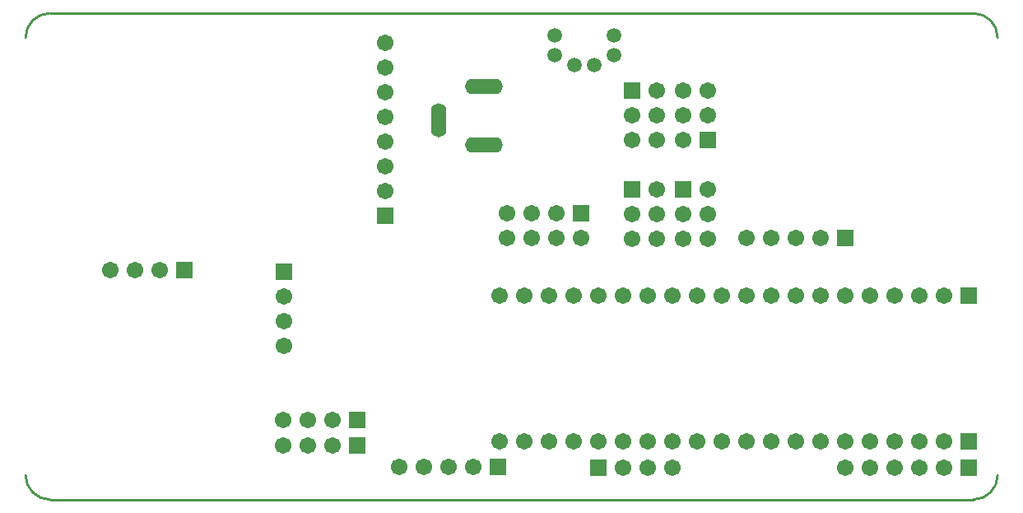
<source format=gbs>
G04 Layer_Color=16711935*
%FSLAX25Y25*%
%MOIN*%
G70*
G01*
G75*
%ADD33C,0.06706*%
%ADD34R,0.06706X0.06706*%
%ADD35R,0.06706X0.06706*%
%ADD36C,0.05910*%
%ADD37O,0.06310X0.13790*%
%ADD38O,0.15360X0.06310*%
%ADD39C,0.01000*%
D33*
X-92126Y-36299D02*
D03*
Y-26299D02*
D03*
Y-16299D02*
D03*
X-92441Y-76378D02*
D03*
X-82441D02*
D03*
X-72441D02*
D03*
X-45400Y-85200D02*
D03*
X-35400D02*
D03*
X-25400D02*
D03*
X-15400D02*
D03*
X-51181Y26614D02*
D03*
Y36614D02*
D03*
Y46614D02*
D03*
Y56614D02*
D03*
Y66614D02*
D03*
Y76614D02*
D03*
Y86614D02*
D03*
X-162700Y-5500D02*
D03*
X-152700D02*
D03*
X-142700D02*
D03*
X-1732Y7480D02*
D03*
Y17480D02*
D03*
X8268Y7480D02*
D03*
Y17480D02*
D03*
X18268Y7480D02*
D03*
Y17480D02*
D03*
X28268Y7480D02*
D03*
X175039Y-74803D02*
D03*
X165039D02*
D03*
X155039D02*
D03*
X145039D02*
D03*
X135039D02*
D03*
X125039D02*
D03*
X115039D02*
D03*
X105039D02*
D03*
X95039D02*
D03*
X85039D02*
D03*
X75039D02*
D03*
X65039D02*
D03*
X55039D02*
D03*
X45039D02*
D03*
X35039D02*
D03*
X25039D02*
D03*
X15039D02*
D03*
X5039D02*
D03*
X-4961D02*
D03*
X175039Y-15748D02*
D03*
X165039D02*
D03*
X155039D02*
D03*
X145039D02*
D03*
X135039D02*
D03*
X125039D02*
D03*
X115039D02*
D03*
X105039D02*
D03*
X95039D02*
D03*
X85039D02*
D03*
X75039D02*
D03*
X65039D02*
D03*
X55039D02*
D03*
X45039D02*
D03*
X35039D02*
D03*
X25039D02*
D03*
X15039D02*
D03*
X5039D02*
D03*
X-4961D02*
D03*
X175000Y-85600D02*
D03*
X165000D02*
D03*
X155000D02*
D03*
X145000D02*
D03*
X135000D02*
D03*
X65100D02*
D03*
X55100D02*
D03*
X45100D02*
D03*
X-92441Y-66142D02*
D03*
X-82441D02*
D03*
X-72441D02*
D03*
X79291Y27165D02*
D03*
X69291Y17165D02*
D03*
X79291D02*
D03*
X69291Y7165D02*
D03*
X79291D02*
D03*
X95100Y7500D02*
D03*
X105100D02*
D03*
X115100D02*
D03*
X125100D02*
D03*
X58661Y27165D02*
D03*
X48661Y17165D02*
D03*
X58661D02*
D03*
X48661Y7165D02*
D03*
X58661D02*
D03*
X79291Y57244D02*
D03*
Y67244D02*
D03*
X69291Y47244D02*
D03*
Y57244D02*
D03*
Y67244D02*
D03*
X48661Y57244D02*
D03*
Y47244D02*
D03*
X58661Y67244D02*
D03*
Y57244D02*
D03*
Y47244D02*
D03*
D34*
X-92126Y-6299D02*
D03*
X-51181Y16614D02*
D03*
X69291Y27165D02*
D03*
X48661D02*
D03*
X79291Y47244D02*
D03*
X48661Y67244D02*
D03*
D35*
X-62441Y-76378D02*
D03*
X-5400Y-85200D02*
D03*
X-132700Y-5500D02*
D03*
X28268Y17480D02*
D03*
X185039Y-74803D02*
D03*
Y-15748D02*
D03*
X185000Y-85600D02*
D03*
X35100D02*
D03*
X-62441Y-66142D02*
D03*
X135100Y7500D02*
D03*
D36*
X17400Y89300D02*
D03*
Y81420D02*
D03*
X41420Y89300D02*
D03*
Y81420D02*
D03*
X25470Y77480D02*
D03*
X33350D02*
D03*
D37*
X-29528Y55118D02*
D03*
D38*
X-11218Y68898D02*
D03*
Y45278D02*
D03*
D39*
X196850Y88583D02*
G03*
X187008Y98425I-9843J0D01*
G01*
Y-98425D02*
G03*
X196850Y-88583I0J9843D01*
G01*
X-196850D02*
G03*
X-187008Y-98425I9843J0D01*
G01*
Y98425D02*
G03*
X-196850Y88583I0J-9843D01*
G01*
X-187008Y-98425D02*
X187008D01*
X-187008Y98425D02*
X187008D01*
M02*

</source>
